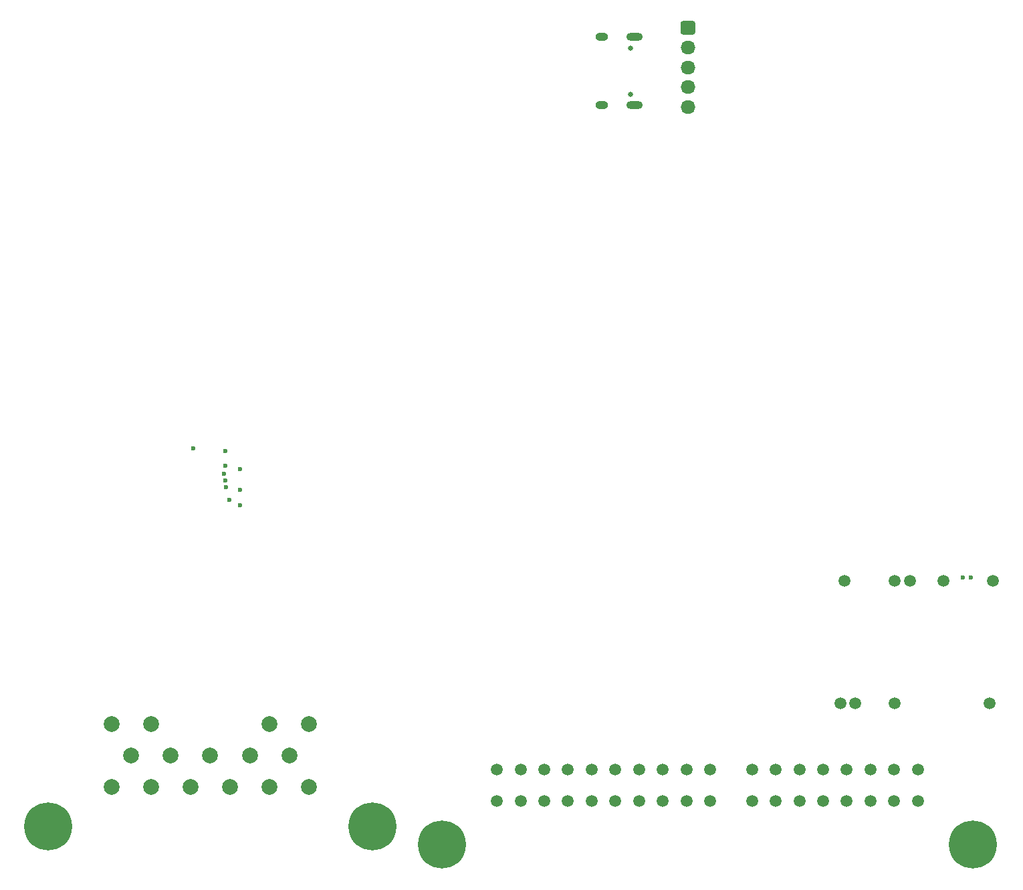
<source format=gbs>
G04 #@! TF.GenerationSoftware,KiCad,Pcbnew,8.0.7-8.0.7-0~ubuntu24.04.1*
G04 #@! TF.CreationDate,2024-12-19T04:57:45+00:00*
G04 #@! TF.ProjectId,z31hellen,7a333168-656c-46c6-956e-2e6b69636164,rev?*
G04 #@! TF.SameCoordinates,Original*
G04 #@! TF.FileFunction,Soldermask,Bot*
G04 #@! TF.FilePolarity,Negative*
%FSLAX46Y46*%
G04 Gerber Fmt 4.6, Leading zero omitted, Abs format (unit mm)*
G04 Created by KiCad (PCBNEW 8.0.7-8.0.7-0~ubuntu24.04.1) date 2024-12-19 04:57:45*
%MOMM*%
%LPD*%
G01*
G04 APERTURE LIST*
%ADD10O,1.850000X1.700000*%
%ADD11C,0.650000*%
%ADD12O,2.100000X1.000000*%
%ADD13O,1.600000X1.000000*%
%ADD14C,0.599999*%
%ADD15C,1.500000*%
%ADD16C,0.600000*%
%ADD17C,2.000000*%
%ADD18C,6.075000*%
G04 APERTURE END LIST*
G04 #@! TO.C,J2*
G36*
G01*
X116175000Y112350000D02*
X117525000Y112350000D01*
G75*
G02*
X117775000Y112100000I0J-250000D01*
G01*
X117775000Y110900000D01*
G75*
G02*
X117525000Y110650000I-250000J0D01*
G01*
X116175000Y110650000D01*
G75*
G02*
X115925000Y110900000I0J250000D01*
G01*
X115925000Y112100000D01*
G75*
G02*
X116175000Y112350000I250000J0D01*
G01*
G37*
D10*
X116850000Y109000000D03*
X116850000Y106500000D03*
X116850000Y104000000D03*
X116850000Y101500000D03*
G04 #@! TD*
D11*
G04 #@! TO.C,J3*
X109605000Y108890000D03*
X109605000Y103110000D03*
D12*
X110105000Y110320000D03*
D13*
X105925000Y110320000D03*
D12*
X110105000Y101680000D03*
D13*
X105925000Y101680000D03*
G04 #@! TD*
D14*
G04 #@! TO.C,M4*
X58294889Y56063131D03*
X60129899Y55638123D03*
X58079891Y55088126D03*
X58294886Y54213167D03*
X58369893Y53363144D03*
X60129899Y53038128D03*
X58819899Y51738161D03*
X60129899Y51088144D03*
X54204884Y58263147D03*
X58279890Y57963145D03*
G04 #@! TD*
D15*
G04 #@! TO.C,M2*
X136650000Y41499997D03*
X143049997Y41499997D03*
X144950000Y41499997D03*
X149250000Y41499997D03*
D16*
X151649997Y41949996D03*
X152649998Y41949996D03*
D15*
X155500000Y41499997D03*
X136199998Y26000000D03*
X138049997Y26000000D03*
X143000000Y26000000D03*
X155049998Y26000000D03*
G04 #@! TD*
G04 #@! TO.C,Z1*
X92675002Y17624505D03*
X95675002Y17624505D03*
X98675002Y17624505D03*
X101675502Y17624505D03*
X104675002Y17624505D03*
X107675002Y17624505D03*
X110675002Y17624505D03*
X113675502Y17624505D03*
X116675502Y17624505D03*
X119675502Y17624505D03*
X92675002Y13624505D03*
X95675002Y13624505D03*
X98675002Y13624505D03*
X101675502Y13624505D03*
X104675002Y13624505D03*
X107675002Y13624505D03*
X110675002Y13624505D03*
X113675502Y13624505D03*
X116675502Y13624505D03*
X119675502Y13624505D03*
X124975002Y17624505D03*
X127975502Y17624505D03*
X130975002Y17624505D03*
X133975002Y17624505D03*
X136975502Y17624505D03*
X139975502Y17624505D03*
X142975502Y17624505D03*
X145975502Y17624505D03*
X124975002Y13624505D03*
X127975502Y13624505D03*
X130975002Y13624505D03*
X139975502Y13624505D03*
X142975502Y13624505D03*
X145975502Y13624505D03*
D17*
X43875002Y15425005D03*
X48875002Y15425005D03*
X53875002Y15425005D03*
X58875002Y15425005D03*
X63875002Y15425005D03*
X68875002Y15425005D03*
X46375002Y19425005D03*
X51375002Y19425005D03*
X56375002Y19425005D03*
X43875002Y23425005D03*
X48875002Y23425005D03*
X63875002Y23425005D03*
X68875002Y23425005D03*
X61375002Y19425005D03*
X66375002Y19425005D03*
D15*
X133975502Y13624505D03*
X136975502Y13624505D03*
D18*
X35875002Y10425005D03*
X76875002Y10425005D03*
X85725002Y8125005D03*
X152925002Y8125005D03*
G04 #@! TD*
M02*

</source>
